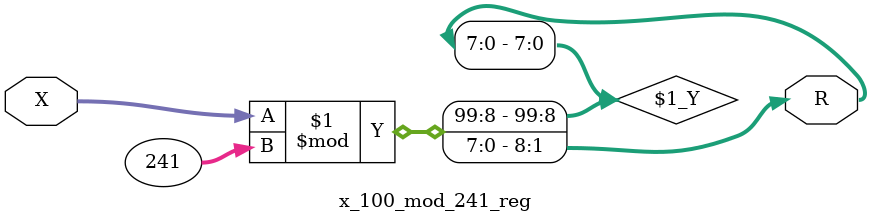
<source format=v>
module x_100_mod_241_reg(
    input [100:1] X,
    output [8:1] R
    );


assign R = X % 241;

endmodule

</source>
